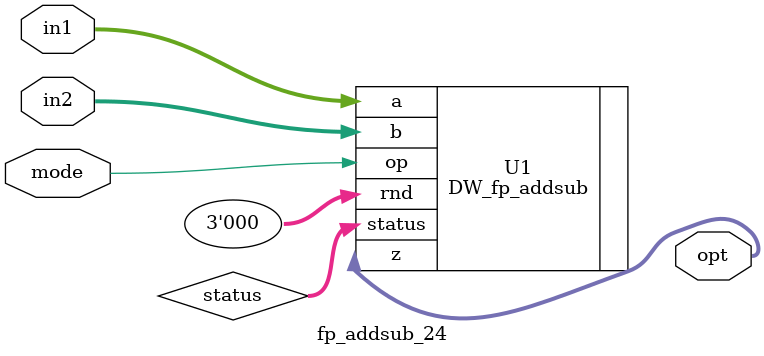
<source format=v>
`include "/afs/eos.ncsu.edu/dist/synopsys2013/syn/dw/sim_ver/DW_fp_addsub.v"

module fp_addsub_24(in1,in2,mode,opt);
parameter sig_width = 17;
parameter exp_width = 6;
parameter ieee_compliance = 1;
input [sig_width+exp_width : 0] in1;
input [sig_width+exp_width: 0] in2;
output [sig_width+exp_width :0]opt;
wire [7:0] status;
input mode;
    DW_fp_addsub #(sig_width, exp_width, ieee_compliance)
	  U1 ( .a(in1), .b(in2), .rnd(3'b000), .op(mode), .z(opt), .status(status));

endmodule



</source>
